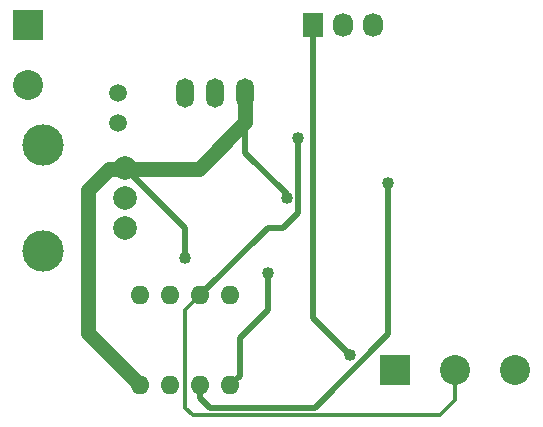
<source format=gbl>
G04 #@! TF.FileFunction,Copper,L2,Bot,Signal*
%FSLAX46Y46*%
G04 Gerber Fmt 4.6, Leading zero omitted, Abs format (unit mm)*
G04 Created by KiCad (PCBNEW (2015-10-14 BZR 6269)-product) date Wednesday, October 28, 2015 'PMt' 04:42:18 PM*
%MOMM*%
G01*
G04 APERTURE LIST*
%ADD10C,0.100000*%
%ADD11C,1.501140*%
%ADD12O,1.600000X1.600000*%
%ADD13R,2.540000X2.540000*%
%ADD14C,2.540000*%
%ADD15R,1.727200X2.032000*%
%ADD16O,1.727200X2.032000*%
%ADD17O,1.501140X2.499360*%
%ADD18C,2.000000*%
%ADD19C,3.500000*%
%ADD20C,1.016000*%
%ADD21C,0.508000*%
%ADD22C,1.270000*%
%ADD23C,0.304800*%
G04 APERTURE END LIST*
D10*
D11*
X115570000Y-111760000D03*
X115570000Y-109220000D03*
D12*
X117475000Y-133985000D03*
X120015000Y-133985000D03*
X122555000Y-133985000D03*
X125095000Y-133985000D03*
X125095000Y-126365000D03*
X122555000Y-126365000D03*
X120015000Y-126365000D03*
X117475000Y-126365000D03*
D13*
X107950000Y-103505000D03*
D14*
X107950000Y-108585000D03*
D13*
X139065000Y-132715000D03*
D14*
X144145000Y-132715000D03*
X149225000Y-132715000D03*
D15*
X132080000Y-103505000D03*
D16*
X134620000Y-103505000D03*
X137160000Y-103505000D03*
D17*
X123825000Y-109220000D03*
X121285000Y-109220000D03*
X126365000Y-109220000D03*
D18*
X116205000Y-120650000D03*
X116205000Y-118150000D03*
X116205000Y-115650000D03*
D19*
X109205000Y-122650000D03*
X109205000Y-113650000D03*
D20*
X129847980Y-118110000D03*
X121285000Y-123190000D03*
X130810000Y-113030000D03*
X138430000Y-116840000D03*
X128270000Y-124460000D03*
X135255000Y-131445000D03*
D21*
X129847980Y-117782980D02*
X129847980Y-118110000D01*
X126365000Y-114300000D02*
X129847980Y-117782980D01*
X126365000Y-109220000D02*
X126365000Y-114300000D01*
X121285000Y-123190000D02*
X121285000Y-120730000D01*
X121285000Y-120730000D02*
X116220000Y-115665000D01*
D22*
X113030000Y-117440787D02*
X113030000Y-129540000D01*
X113030000Y-129540000D02*
X117475000Y-133985000D01*
X116220000Y-115665000D02*
X114805787Y-115665000D01*
X114805787Y-115665000D02*
X113030000Y-117440787D01*
X126365000Y-109220000D02*
X126365000Y-111739680D01*
X126365000Y-111739680D02*
X122439680Y-115665000D01*
X122439680Y-115665000D02*
X117634213Y-115665000D01*
X117634213Y-115665000D02*
X116220000Y-115665000D01*
D21*
X130810000Y-119380000D02*
X130810000Y-113030000D01*
X129540000Y-120650000D02*
X130810000Y-119380000D01*
X128270000Y-120650000D02*
X129540000Y-120650000D01*
X122555000Y-126365000D02*
X128270000Y-120650000D01*
D23*
X122555000Y-126365000D02*
X121285000Y-127635000D01*
X121285000Y-127635000D02*
X121285000Y-135890000D01*
X121285000Y-135890000D02*
X121920000Y-136525000D01*
X121920000Y-136525000D02*
X142875000Y-136525000D01*
X142875000Y-136525000D02*
X144145000Y-135255000D01*
X144145000Y-135255000D02*
X144145000Y-132715000D01*
D21*
X132233764Y-135890000D02*
X138430000Y-129693764D01*
X138430000Y-129693764D02*
X138430000Y-116840000D01*
X123328630Y-135890000D02*
X132233764Y-135890000D01*
X122555000Y-135116370D02*
X123328630Y-135890000D01*
X122555000Y-133985000D02*
X122555000Y-135116370D01*
X125894999Y-130010001D02*
X128270000Y-127635000D01*
X128270000Y-127635000D02*
X128270000Y-124460000D01*
X125095000Y-133985000D02*
X125894999Y-133185001D01*
X125894999Y-133185001D02*
X125894999Y-130010001D01*
X132080000Y-103505000D02*
X132080000Y-128270000D01*
X132080000Y-128270000D02*
X135255000Y-131445000D01*
M02*

</source>
